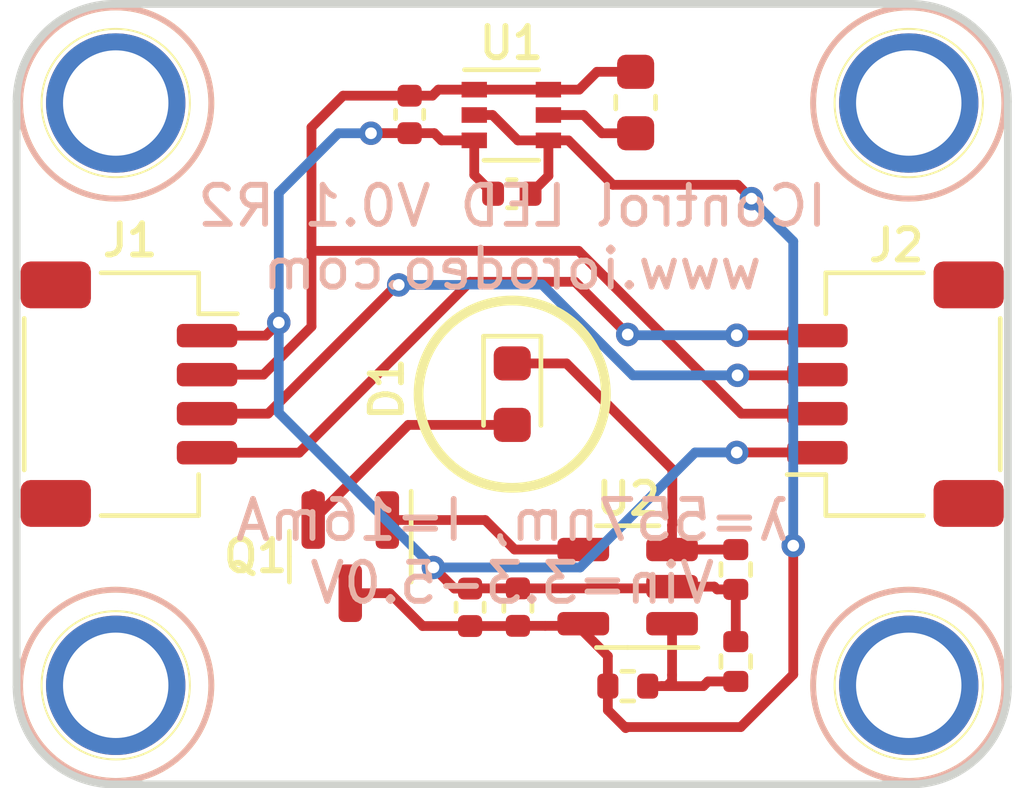
<source format=kicad_pcb>
(kicad_pcb (version 20221018) (generator pcbnew)
  (layers (0 "F.Cu" signal) (31 "B.Cu" signal) (34 "B.Paste" user) (35 "F.Paste" user) (36 "B.SilkS" user "B.Silkscreen") (37 "F.SilkS" user "F.Silkscreen") (38 "B.Mask" user) (39 "F.Mask" user) (44 "Edge.Cuts" user))
  (net 0 "")
  (net 1 "GND")
  (net 2 "/VIN")
  (net 3 "/VL")
  (net 4 "/SCL")
  (net 5 "/SDA")
  (net 6 "/5V")
  (net 7 "Net-(D1-K)")
  (net 8 "Net-(D1-A)")
  (net 9 "Net-(Q1-B)")
  (net 10 "/Vset")
  (footprint "custom_mount_hole:MountingHole_2.5mm_Pad" (layer "F.Cu") (at 52.54 52.54)
    (fp_text reference "M1" hide)
    (fp_text value "MountingHole_2.5mm_Pad" hide)
    (fp_circle (center 0 0) (end 2.45 0) (stroke (width 0.15)) (fill none) (layer "B.SilkS"))
    (fp_circle (center 0 0) (end 1.9 0) (stroke (width 0.05)) (fill none) (layer "F.SilkS"))
    (fp_circle (center 0 0) (end 2.45 0) (stroke (width 0.15)) (fill none) (layer "F.SilkS"))
    (pad "~" thru_hole circle (at 0 0) (size 3.57 3.57) (drill 2.7) (layers "*.Cu" "*.Mask"))
  )
  (footprint "custom_mount_hole:MountingHole_2.5mm_Pad" (layer "F.Cu") (at 72.86 52.54)
    (fp_text reference "M2" hide)
    (fp_text value "MountingHole_2.5mm_Pad" hide)
    (fp_circle (center 0 0) (end 2.45 0) (stroke (width 0.15)) (fill none) (layer "B.SilkS"))
    (fp_circle (center 0 0) (end 1.9 0) (stroke (width 0.05)) (fill none) (layer "F.SilkS"))
    (fp_circle (center 0 0) (end 2.45 0) (stroke (width 0.15)) (fill none) (layer "F.SilkS"))
    (pad "~" thru_hole circle (at 0 0) (size 3.57 3.57) (drill 2.7) (layers "*.Cu" "*.Mask"))
  )
  (footprint "custom_mount_hole:MountingHole_2.5mm_Pad" (layer "F.Cu") (at 72.86 67.46)
    (fp_text reference "M3" hide)
    (fp_text value "MountingHole_2.5mm_Pad" hide)
    (fp_circle (center 0 0) (end 2.45 0) (stroke (width 0.15)) (fill none) (layer "B.SilkS"))
    (fp_circle (center 0 0) (end 1.9 0) (stroke (width 0.05)) (fill none) (layer "F.SilkS"))
    (fp_circle (center 0 0) (end 2.45 0) (stroke (width 0.15)) (fill none) (layer "F.SilkS"))
    (pad "~" thru_hole circle (at 0 0) (size 3.57 3.57) (drill 2.7) (layers "*.Cu" "*.Mask"))
  )
  (footprint "custom_mount_hole:MountingHole_2.5mm_Pad" (layer "F.Cu") (at 52.54 67.46)
    (fp_text reference "M4" hide)
    (fp_text value "MountingHole_2.5mm_Pad" hide)
    (fp_circle (center 0 0) (end 2.45 0) (stroke (width 0.15)) (fill none) (layer "B.SilkS"))
    (fp_circle (center 0 0) (end 1.9 0) (stroke (width 0.05)) (fill none) (layer "F.SilkS"))
    (fp_circle (center 0 0) (end 2.45 0) (stroke (width 0.15)) (fill none) (layer "F.SilkS"))
    (pad "~" thru_hole circle (at 0 0) (size 3.57 3.57) (drill 2.7) (layers "*.Cu" "*.Mask"))
  )
  (footprint "LED_SMD:LED_0603_1608Metric" (layer "F.Cu") (at 62.7 60 -90)
    (fp_text reference "D1" (at -0.1322 3.2132 90) (layer "F.SilkS") (effects (font (size 0.8 0.8))))
    (fp_text value "LED" hide)
    (fp_line (start -1.485 -0.735) (end -1.485 0.735) (stroke (width 0.12)) (layer "F.SilkS"))
    (fp_line (start -1.485 0.735) (end 0.8 0.735) (stroke (width 0.12)) (layer "F.SilkS"))
    (fp_line (start 0.8 -0.735) (end -1.485 -0.735) (stroke (width 0.12)) (layer "F.SilkS"))
    (pad "1" smd roundrect (at -0.7875 0 270) (size 0.875 0.95) (layers "F.Cu" "F.Paste" "F.Mask") (net 7 "Net-(D1-K)"))
    (pad "2" smd roundrect (at 0.7875 0 270) (size 0.875 0.95) (layers "F.Cu" "F.Paste" "F.Mask") (net 8 "Net-(D1-A)"))
  )
  (footprint "JST_SH_SM04B_custom:JST_SH_SM04B-SRSS-TB_1x04-1MP_P1.00mm_Horizontal" (layer "F.Cu") (at 52.88 60 -90)
    (fp_text reference "J1" (at -3.9422 -0.0298) (layer "F.SilkS") (effects (font (size 0.8 0.8))))
    (fp_text value "Conn_01x04" hide)
    (fp_line (start -3.11 -1.785) (end -2.06 -1.785) (stroke (width 0.12)) (layer "F.SilkS"))
    (fp_line (start -3.11 0.715) (end -3.11 -1.785) (stroke (width 0.12)) (layer "F.SilkS"))
    (fp_line (start -2.06 -1.785) (end -2.06 -2.775) (stroke (width 0.12)) (layer "F.SilkS"))
    (fp_line (start -1.94 2.685) (end 1.94 2.685) (stroke (width 0.12)) (layer "F.SilkS"))
    (fp_line (start 3.11 -1.785) (end 2.06 -1.785) (stroke (width 0.12)) (layer "F.SilkS"))
    (fp_line (start 3.11 0.715) (end 3.11 -1.785) (stroke (width 0.12)) (layer "F.SilkS"))
    (pad "1" smd roundrect (at -1.5 -2 270) (size 0.6 1.55) (layers "F.Cu" "F.Paste" "F.Mask") (net 1 "GND"))
    (pad "2" smd roundrect (at -0.5 -2 270) (size 0.6 1.55) (layers "F.Cu" "F.Paste" "F.Mask") (net 2 "/VIN"))
    (pad "3" smd roundrect (at 0.5 -2 270) (size 0.6 1.55) (layers "F.Cu" "F.Paste" "F.Mask") (net 5 "/SDA"))
    (pad "4" smd roundrect (at 1.5 -2 270) (size 0.6 1.55) (layers "F.Cu" "F.Paste" "F.Mask") (net 4 "/SCL"))
    (pad "MP" smd roundrect (at -2.8 1.875 270) (size 1.2 1.8) (layers "F.Cu" "F.Paste" "F.Mask") (roundrect_rratio 0.2083333333))
    (pad "MP" smd roundrect (at 2.8 1.875 270) (size 1.2 1.8) (layers "F.Cu" "F.Paste" "F.Mask") (roundrect_rratio 0.2083333333))
  )
  (footprint "JST_SH_SM04B_custom:JST_SH_SM04B-SRSS-TB_1x04-1MP_P1.00mm_Horizontal" (layer "F.Cu") (at 72.52 60 90)
    (fp_text reference "J2" (at 3.8152 0.0208 180) (layer "F.SilkS") (effects (font (size 0.8 0.8))))
    (fp_text value "Conn_01x04" hide)
    (fp_line (start -3.11 -1.785) (end -2.06 -1.785) (stroke (width 0.12)) (layer "F.SilkS"))
    (fp_line (start -3.11 0.715) (end -3.11 -1.785) (stroke (width 0.12)) (layer "F.SilkS"))
    (fp_line (start -2.06 -1.785) (end -2.06 -2.775) (stroke (width 0.12)) (layer "F.SilkS"))
    (fp_line (start -1.94 2.685) (end 1.94 2.685) (stroke (width 0.12)) (layer "F.SilkS"))
    (fp_line (start 3.11 -1.785) (end 2.06 -1.785) (stroke (width 0.12)) (layer "F.SilkS"))
    (fp_line (start 3.11 0.715) (end 3.11 -1.785) (stroke (width 0.12)) (layer "F.SilkS"))
    (pad "1" smd roundrect (at -1.5 -2 90) (size 0.6 1.55) (layers "F.Cu" "F.Paste" "F.Mask") (net 1 "GND"))
    (pad "2" smd roundrect (at -0.5 -2 90) (size 0.6 1.55) (layers "F.Cu" "F.Paste" "F.Mask") (net 2 "/VIN"))
    (pad "3" smd roundrect (at 0.5 -2 90) (size 0.6 1.55) (layers "F.Cu" "F.Paste" "F.Mask") (net 5 "/SDA"))
    (pad "4" smd roundrect (at 1.5 -2 90) (size 0.6 1.55) (layers "F.Cu" "F.Paste" "F.Mask") (net 4 "/SCL"))
    (pad "MP" smd roundrect (at -2.8 1.875 90) (size 1.2 1.8) (layers "F.Cu" "F.Paste" "F.Mask") (roundrect_rratio 0.2083333333))
    (pad "MP" smd roundrect (at 2.8 1.875 90) (size 1.2 1.8) (layers "F.Cu" "F.Paste" "F.Mask") (roundrect_rratio 0.2083333333))
  )
  (footprint "Resistor_SMD:R_0402_1005Metric" (layer "F.Cu") (at 68.4276 64.4926 -90)
    (fp_text reference "R1" hide)
    (fp_text value "10" hide)
    (fp_line (start -0.153641 -0.38) (end 0.153641 -0.38) (stroke (width 0.12)) (layer "F.SilkS"))
    (fp_line (start -0.153641 0.38) (end 0.153641 0.38) (stroke (width 0.12)) (layer "F.SilkS"))
    (pad "1" smd roundrect (at -0.51 0 270) (size 0.54 0.64) (layers "F.Cu" "F.Paste" "F.Mask") (net 7 "Net-(D1-K)"))
    (pad "2" smd roundrect (at 0.51 0 270) (size 0.54 0.64) (layers "F.Cu" "F.Paste" "F.Mask") (net 1 "GND"))
  )
  (footprint "Package_TO_SOT_SMD:SOT-23-5" (layer "F.Cu") (at 65.6577 64.931 180)
    (fp_text reference "U2" (at -0.0125 2.25) (layer "F.SilkS") (effects (font (size 0.8 0.8) (thickness 0.15) bold)))
    (fp_text value "LMV321")
    (fp_line (start 0 -1.56) (end -1.8 -1.56) (stroke (width 0.12)) (layer "F.SilkS"))
    (fp_line (start 0 -1.56) (end 0.8 -1.56) (stroke (width 0.12)) (layer "F.SilkS"))
    (fp_line (start 0 1.56) (end -0.8 1.56) (stroke (width 0.12)) (layer "F.SilkS"))
    (fp_line (start 0 1.56) (end 0.8 1.56) (stroke (width 0.12)) (layer "F.SilkS"))
    (pad "1" smd roundrect (at -1.1375 -0.95 180) (size 1.325 0.6) (layers "F.Cu" "F.Paste" "F.Mask") (net 10 "/Vset"))
    (pad "2" smd roundrect (at -1.1375 0 180) (size 1.325 0.6) (layers "F.Cu" "F.Paste" "F.Mask") (net 1 "GND"))
    (pad "3" smd roundrect (at -1.1375 0.95 180) (size 1.325 0.6) (layers "F.Cu" "F.Paste" "F.Mask") (net 7 "Net-(D1-K)"))
    (pad "4" smd roundrect (at 1.1375 0.95 180) (size 1.325 0.6) (layers "F.Cu" "F.Paste" "F.Mask") (net 9 "Net-(Q1-B)"))
    (pad "5" smd roundrect (at 1.1375 -0.95 180) (size 1.325 0.6) (layers "F.Cu" "F.Paste" "F.Mask") (net 6 "/5V"))
  )
  (footprint "Capacitor_SMD:C_0402_1005Metric" (layer "F.Cu") (at 62.8452 65.456 90)
    (fp_text reference "C3" hide)
    (fp_text value "0.1uF" hide)
    (fp_line (start -0.107836 -0.36) (end 0.107836 -0.36) (stroke (width 0.12)) (layer "F.SilkS"))
    (fp_line (start -0.107836 0.36) (end 0.107836 0.36) (stroke (width 0.12)) (layer "F.SilkS"))
    (pad "1" smd roundrect (at -0.48 0 90) (size 0.56 0.62) (layers "F.Cu" "F.Paste" "F.Mask") (net 6 "/5V"))
    (pad "2" smd roundrect (at 0.48 0 90) (size 0.56 0.62) (layers "F.Cu" "F.Paste" "F.Mask") (net 1 "GND"))
  )
  (footprint "Resistor_SMD:R_0402_1005Metric" (layer "F.Cu") (at 68.4276 66.8508 90)
    (fp_text reference "R3" hide)
    (fp_text value "1k" hide)
    (fp_line (start -0.153641 -0.38) (end 0.153641 -0.38) (stroke (width 0.12)) (layer "F.SilkS"))
    (fp_line (start -0.153641 0.38) (end 0.153641 0.38) (stroke (width 0.12)) (layer "F.SilkS"))
    (pad "1" smd roundrect (at -0.51 0 90) (size 0.54 0.64) (layers "F.Cu" "F.Paste" "F.Mask") (net 10 "/Vset"))
    (pad "2" smd roundrect (at 0.51 0 90) (size 0.54 0.64) (layers "F.Cu" "F.Paste" "F.Mask") (net 1 "GND"))
  )
  (footprint "Inductor_SMD:L_0603_1608Metric" (layer "F.Cu") (at 65.8622 52.5272 -90)
    (fp_text reference "L1" hide)
    (fp_text value "4.7uF" hide)
    (fp_line (start -0.162779 -0.51) (end 0.162779 -0.51) (stroke (width 0.12)) (layer "F.SilkS"))
    (fp_line (start -0.162779 0.51) (end 0.162779 0.51) (stroke (width 0.12)) (layer "F.SilkS"))
    (pad "1" smd roundrect (at -0.7875 0 270) (size 0.875 0.95) (layers "F.Cu" "F.Paste" "F.Mask") (net 2 "/VIN"))
    (pad "2" smd roundrect (at 0.7875 0 270) (size 0.875 0.95) (layers "F.Cu" "F.Paste" "F.Mask") (net 3 "/VL"))
  )
  (footprint "Resistor_SMD:R_0402_1005Metric" (layer "F.Cu") (at 65.6602 67.481)
    (fp_text reference "R2" hide)
    (fp_text value "30k" hide)
    (fp_line (start -0.153641 -0.38) (end 0.153641 -0.38) (stroke (width 0.12)) (layer "F.SilkS"))
    (fp_line (start -0.153641 0.38) (end 0.153641 0.38) (stroke (width 0.12)) (layer "F.SilkS"))
    (pad "1" smd roundrect (at -0.51 0) (size 0.54 0.64) (layers "F.Cu" "F.Paste" "F.Mask") (net 6 "/5V"))
    (pad "2" smd roundrect (at 0.51 0) (size 0.54 0.64) (layers "F.Cu" "F.Paste" "F.Mask") (net 10 "/Vset"))
  )
  (footprint "Capacitor_SMD:C_0402_1005Metric" (layer "F.Cu") (at 60.071 52.832 90)
    (fp_text reference "C1" hide)
    (fp_text value "10uF" hide)
    (fp_line (start -0.107836 -0.36) (end 0.107836 -0.36) (stroke (width 0.12)) (layer "F.SilkS"))
    (fp_line (start -0.107836 0.36) (end 0.107836 0.36) (stroke (width 0.12)) (layer "F.SilkS"))
    (pad "1" smd roundrect (at -0.48 0 90) (size 0.56 0.62) (layers "F.Cu" "F.Paste" "F.Mask") (net 1 "GND"))
    (pad "2" smd roundrect (at 0.48 0 90) (size 0.56 0.62) (layers "F.Cu" "F.Paste" "F.Mask") (net 2 "/VIN"))
  )
  (footprint "Package_TO_SOT_SMD:SOT-363_SC-70-6" (layer "F.Cu") (at 62.677 52.847)
    (fp_text reference "U1" (at 0 -1.8438) (layer "F.SilkS") (effects (font (size 0.8 0.8))))
    (fp_text value "TPS61222DCK" hide)
    (fp_line (start -0.7 1.16) (end 0.7 1.16) (stroke (width 0.12)) (layer "F.SilkS"))
    (fp_line (start 0.7 -1.16) (end -1.2 -1.16) (stroke (width 0.12)) (layer "F.SilkS"))
    (pad "1" smd rect (at -0.95 -0.65) (size 0.65 0.4) (layers "F.Cu" "F.Paste" "F.Mask") (net 2 "/VIN"))
    (pad "2" smd rect (at -0.95 0) (size 0.65 0.4) (layers "F.Cu" "F.Paste" "F.Mask") (net 6 "/5V"))
    (pad "3" smd rect (at -0.95 0.65) (size 0.65 0.4) (layers "F.Cu" "F.Paste" "F.Mask") (net 1 "GND"))
    (pad "4" smd rect (at 0.95 0.65) (size 0.65 0.4) (layers "F.Cu" "F.Paste" "F.Mask") (net 6 "/5V"))
    (pad "5" smd rect (at 0.95 0) (size 0.65 0.4) (layers "F.Cu" "F.Paste" "F.Mask") (net 3 "/VL"))
    (pad "6" smd rect (at 0.95 -0.65) (size 0.65 0.4) (layers "F.Cu" "F.Paste" "F.Mask") (net 2 "/VIN"))
  )
  (footprint "Capacitor_SMD:C_0402_1005Metric" (layer "F.Cu") (at 61.6202 65.461 90)
    (fp_text reference "C4" hide)
    (fp_text value "10uF" hide)
    (fp_line (start -0.107836 -0.36) (end 0.107836 -0.36) (stroke (width 0.12)) (layer "F.SilkS"))
    (fp_line (start -0.107836 0.36) (end 0.107836 0.36) (stroke (width 0.12)) (layer "F.SilkS"))
    (pad "1" smd roundrect (at -0.48 0 90) (size 0.56 0.62) (layers "F.Cu" "F.Paste" "F.Mask") (net 6 "/5V"))
    (pad "2" smd roundrect (at 0.48 0 90) (size 0.56 0.62) (layers "F.Cu" "F.Paste" "F.Mask") (net 1 "GND"))
  )
  (footprint "Package_TO_SOT_SMD:SOT-23" (layer "F.Cu") (at 58.55 64.1625 -90)
    (fp_text reference "Q1" (at -0.0125 2.425 -180) (layer "F.SilkS") (effects (font (size 0.8 0.8) (thickness 0.15) bold)))
    (fp_text value "MMBT5551L" hide)
    (fp_line (start 0 -1.56) (end -1.675 -1.56) (stroke (width 0.12)) (layer "F.SilkS"))
    (fp_line (start 0 -1.56) (end 0.65 -1.56) (stroke (width 0.12)) (layer "F.SilkS"))
    (fp_line (start 0 1.56) (end -0.65 1.56) (stroke (width 0.12)) (layer "F.SilkS"))
    (fp_line (start 0 1.56) (end 0.65 1.56) (stroke (width 0.12)) (layer "F.SilkS"))
    (pad "1" smd roundrect (at -0.9375 -0.95 270) (size 1.475 0.6) (layers "F.Cu" "F.Paste" "F.Mask") (net 9 "Net-(Q1-B)"))
    (pad "2" smd roundrect (at -0.9375 0.95 270) (size 1.475 0.6) (layers "F.Cu" "F.Paste" "F.Mask") (net 8 "Net-(D1-A)"))
    (pad "3" smd roundrect (at 0.9375 0 270) (size 1.475 0.6) (layers "F.Cu" "F.Paste" "F.Mask") (net 6 "/5V"))
  )
  (footprint "Capacitor_SMD:C_0402_1005Metric" (layer "F.Cu") (at 62.6898 54.864)
    (fp_text reference "C2" hide)
    (fp_text value "10uF" hide)
    (fp_line (start -0.107836 -0.36) (end 0.107836 -0.36) (stroke (width 0.12)) (layer "F.SilkS"))
    (fp_line (start -0.107836 0.36) (end 0.107836 0.36) (stroke (width 0.12)) (layer "F.SilkS"))
    (pad "1" smd roundrect (at -0.48 0) (size 0.56 0.62) (layers "F.Cu" "F.Paste" "F.Mask") (net 1 "GND"))
    (pad "2" smd roundrect (at 0.48 0) (size 0.56 0.62) (layers "F.Cu" "F.Paste" "F.Mask") (net 6 "/5V"))
  )
  (gr_circle (center 62.7 60) (end 65.1 60) (stroke (width 0.25)) (fill none) (layer "F.SilkS"))
  (gr_arc (start 72.9 50) (mid 74.667767 50.732233) (end 75.4 52.5) (stroke (width 0.2)) (layer "Edge.Cuts"))
  (gr_arc (start 52.5 70) (mid 50.732233 69.267767) (end 50 67.5) (stroke (width 0.2)) (layer "Edge.Cuts"))
  (gr_line (start 52.5 50) (end 72.9 50) (stroke (width 0.2)) (layer "Edge.Cuts"))
  (gr_arc (start 50 52.5) (mid 50.732233 50.732233) (end 52.5 50) (stroke (width 0.2)) (layer "Edge.Cuts"))
  (gr_arc (start 75.4 67.5) (mid 74.667767 69.267767) (end 72.9 70) (stroke (width 0.2)) (layer "Edge.Cuts"))
  (gr_line (start 50 52.5) (end 50 67.5) (stroke (width 0.2)) (layer "Edge.Cuts"))
  (gr_line (start 52.5 70) (end 72.9 70) (stroke (width 0.2)) (layer "Edge.Cuts"))
  (gr_line (start 75.4 52.5) (end 75.4 67.5) (stroke (width 0.2)) (layer "Edge.Cuts"))
  (gr_text "IControl LED V0.1 R2\nwww.iorodeo.com\n\n\n\nλ=557nm, I=16mA\nVin=3.3-5.0V" (at 62.7 60.01) (layer "B.SilkS") (effects (font (size 1 1)) (justify mirror)))
  (segment (start 61.2218 64.981) (end 60.6806 64.4398) (width 0.25) (layer "F.Cu") (net 1))
  (segment (start 68.4276 65.0026) (end 68.4276 66.3408) (width 0.25) (layer "F.Cu") (net 1))
  (segment (start 60.071 53.312) (end 60.7034 53.312) (width 0.25) (layer "F.Cu") (net 1))
  (segment (start 60.7034 53.312) (end 60.8884 53.497) (width 0.25) (layer "F.Cu") (net 1))
  (segment (start 62.8452 64.976) (end 61.6252 64.976) (width 0.25) (layer "F.Cu") (net 1))
  (segment (start 68.4276 65.0026) (end 67.949 65.0026) (width 0.25) (layer "F.Cu") (net 1))
  (segment (start 70.3134 61.4934) (end 70.32 61.5) (width 0.25) (layer "F.Cu") (net 1))
  (segment (start 62.8452 64.976) (end 63.9452 64.976) (width 0.25) (layer "F.Cu") (net 1))
  (segment (start 67.949 65.0026) (end 67.8774 64.931) (width 0.25) (layer "F.Cu") (net 1))
  (segment (start 68.453 61.4934) (end 70.4134 61.4934) (width 0.25) (layer "F.Cu") (net 1))
  (segment (start 59.083 53.312) (end 59.0804 53.3146) (width 0.25) (layer "F.Cu") (net 1))
  (segment (start 56.3842 58.5) (end 54.98 58.5) (width 0.25) (layer "F.Cu") (net 1))
  (segment (start 70.4134 61.4934) (end 70.42 61.5) (width 0.25) (layer "F.Cu") (net 1))
  (segment (start 56.3842 58.5) (end 56.7182 58.166) (width 0.25) (layer "F.Cu") (net 1))
  (segment (start 70.7684 61.4934) (end 70.775 61.5) (width 0.25) (layer "F.Cu") (net 1))
  (segment (start 70.3634 61.4934) (end 70.37 61.5) (width 0.25) (layer "F.Cu") (net 1))
  (segment (start 61.727 54.3812) (end 62.2098 54.864) (width 0.25) (layer "F.Cu") (net 1))
  (segment (start 61.6202 64.981) (end 61.2218 64.981) (width 0.25) (layer "F.Cu") (net 1))
  (segment (start 66.7502 64.976) (end 66.7952 64.931) (width 0.25) (layer "F.Cu") (net 1))
  (segment (start 60.8884 53.497) (end 61.727 53.497) (width 0.25) (layer "F.Cu") (net 1))
  (segment (start 67.8774 64.931) (end 66.7952 64.931) (width 0.25) (layer "F.Cu") (net 1))
  (segment (start 60.071 53.312) (end 59.083 53.312) (width 0.25) (layer "F.Cu") (net 1))
  (segment (start 61.727 53.497) (end 61.727 54.3812) (width 0.25) (layer "F.Cu") (net 1))
  (segment (start 63.9452 64.976) (end 66.7502 64.976) (width 0.25) (layer "F.Cu") (net 1))
  (segment (start 61.6252 64.976) (end 61.6202 64.981) (width 0.25) (layer "F.Cu") (net 1))
  (via (at 60.6806 64.4398) (size 0.6) (drill 0.3) (layers "F.Cu" "B.Cu") (net 1))
  (via (at 56.7182 58.166) (size 0.6) (drill 0.3) (layers "F.Cu" "B.Cu") (net 1))
  (via (at 59.0804 53.3146) (size 0.6) (drill 0.3) (layers "F.Cu" "B.Cu") (net 1))
  (via (at 68.453 61.4934) (size 0.6) (drill 0.3) (layers "F.Cu" "B.Cu") (net 1))
  (segment (start 67.3862 61.4934) (end 68.453 61.4934) (width 0.25) (layer "B.Cu") (net 1))
  (segment (start 56.7182 54.8386) (end 58.2422 53.3146) (width 0.25) (layer "B.Cu") (net 1))
  (segment (start 60.6806 64.4398) (end 64.4398 64.4398) (width 0.25) (layer "B.Cu") (net 1))
  (segment (start 64.4398 64.4398) (end 67.3862 61.4934) (width 0.25) (layer "B.Cu") (net 1))
  (segment (start 56.7182 60.4774) (end 60.6806 64.4398) (width 0.25) (layer "B.Cu") (net 1))
  (segment (start 58.2422 53.3146) (end 59.0804 53.3146) (width 0.25) (layer "B.Cu") (net 1))
  (segment (start 56.7182 58.166) (end 56.7182 54.8386) (width 0.25) (layer "B.Cu") (net 1))
  (segment (start 56.7182 58.166) (end 56.7182 60.4774) (width 0.25) (layer "B.Cu") (net 1))
  (segment (start 60.6526 52.352) (end 60.8076 52.197) (width 0.25) (layer "F.Cu") (net 2))
  (segment (start 60.071 52.352) (end 60.6526 52.352) (width 0.25) (layer "F.Cu") (net 2))
  (segment (start 57.5564 53.1622) (end 58.3666 52.352) (width 0.25) (layer "F.Cu") (net 2))
  (segment (start 56.324 59.5) (end 57.5564 58.2676) (width 0.25) (layer "F.Cu") (net 2))
  (segment (start 64.8717 51.7397) (end 65.8622 51.7397) (width 0.25) (layer "F.Cu") (net 2))
  (segment (start 64.4144 52.197) (end 64.8717 51.7397) (width 0.25) (layer "F.Cu") (net 2))
  (segment (start 57.5564 56.3372) (end 57.5564 53.1622) (width 0.25) (layer "F.Cu") (net 2))
  (segment (start 57.5661 56.3275) (end 64.399584 56.3275) (width 0.25) (layer "F.Cu") (net 2))
  (segment (start 57.5564 58.2676) (end 57.5564 56.3372) (width 0.25) (layer "F.Cu") (net 2))
  (segment (start 63.627 52.197) (end 64.4144 52.197) (width 0.25) (layer "F.Cu") (net 2))
  (segment (start 57.5564 56.3372) (end 57.5661 56.3275) (width 0.25) (layer "F.Cu") (net 2))
  (segment (start 56.324 59.5) (end 54.98 59.5) (width 0.25) (layer "F.Cu") (net 2))
  (segment (start 58.3666 52.352) (end 60.071 52.352) (width 0.25) (layer "F.Cu") (net 2))
  (segment (start 64.399584 56.3275) (end 68.572084 60.5) (width 0.25) (layer "F.Cu") (net 2))
  (segment (start 68.572084 60.5) (end 70.42 60.5) (width 0.25) (layer "F.Cu") (net 2))
  (segment (start 61.727 52.197) (end 63.627 52.197) (width 0.25) (layer "F.Cu") (net 2))
  (segment (start 60.8076 52.197) (end 61.727 52.197) (width 0.25) (layer "F.Cu") (net 2))
  (segment (start 64.531 52.847) (end 63.627 52.847) (width 0.25) (layer "F.Cu") (net 3))
  (segment (start 65.8622 53.3147) (end 64.9987 53.3147) (width 0.25) (layer "F.Cu") (net 3))
  (segment (start 64.9987 53.3147) (end 64.531 52.847) (width 0.25) (layer "F.Cu") (net 3))
  (segment (start 57.24 61.5) (end 54.98 61.5) (width 0.25) (layer "F.Cu") (net 4))
  (segment (start 61.62 57.12) (end 57.24 61.5) (width 0.25) (layer "F.Cu") (net 4))
  (segment (start 68.453 58.49) (end 70.41 58.49) (width 0.25) (layer "F.Cu") (net 4))
  (segment (start 70.36 58.49) (end 70.37 58.5) (width 0.25) (layer "F.Cu") (net 4))
  (segment (start 70.41 58.49) (end 70.42 58.5) (width 0.25) (layer "F.Cu") (net 4))
  (segment (start 65.659 58.4708) (end 64.3082 57.12) (width 0.25) (layer "F.Cu") (net 4))
  (segment (start 70.31 58.49) (end 70.32 58.5) (width 0.25) (layer "F.Cu") (net 4))
  (segment (start 64.3082 57.12) (end 61.62 57.12) (width 0.25) (layer "F.Cu") (net 4))
  (via (at 68.453 58.49) (size 0.6) (drill 0.3) (layers "F.Cu" "B.Cu") (net 4))
  (via (at 65.659 58.4708) (size 0.6) (drill 0.3) (layers "F.Cu" "B.Cu") (net 4))
  (segment (start 68.453 58.49) (end 65.6782 58.49) (width 0.25) (layer "B.Cu") (net 4))
  (segment (start 65.6782 58.49) (end 65.659 58.4708) (width 0.25) (layer "B.Cu") (net 4))
  (segment (start 59.7916 57.2008) (end 59.7408 57.2008) (width 0.25) (layer "F.Cu") (net 5))
  (segment (start 68.472931 59.517669) (end 70.402331 59.517669) (width 0.25) (layer "F.Cu") (net 5))
  (segment (start 68.472931 59.517669) (end 68.4906 59.5) (width 0.25) (layer "F.Cu") (net 5))
  (segment (start 70.402331 59.517669) (end 70.42 59.5) (width 0.25) (layer "F.Cu") (net 5))
  (segment (start 59.7408 57.2008) (end 56.4416 60.5) (width 0.25) (layer "F.Cu") (net 5))
  (segment (start 56.4416 60.5) (end 54.98 60.5) (width 0.25) (layer "F.Cu") (net 5))
  (segment (start 68.472931 59.517669) (end 68.455262 59.5) (width 0.25) (layer "F.Cu") (net 5))
  (segment (start 70.352331 59.517669) (end 70.37 59.5) (width 0.25) (layer "F.Cu") (net 5))
  (via (at 59.7916 57.2008) (size 0.6) (drill 0.3) (layers "F.Cu" "B.Cu") (net 5))
  (via (at 68.472931 59.517669) (size 0.6) (drill 0.3) (layers "F.Cu" "B.Cu") (net 5))
  (segment (start 61.4492 57.2008) (end 59.7916 57.2008) (width 0.25) (layer "B.Cu") (net 5))
  (segment (start 68.472931 59.517669) (end 65.791469 59.517669) (width 0.25) (layer "B.Cu") (net 5))
  (segment (start 65.791469 59.517669) (end 63.4638 57.19) (width 0.25) (layer "B.Cu") (net 5))
  (segment (start 61.46 57.19) (end 61.4492 57.2008) (width 0.25) (layer "B.Cu") (net 5))
  (segment (start 63.4638 57.19) (end 61.46 57.19) (width 0.25) (layer "B.Cu") (net 5))
  (segment (start 63.627 54.4068) (end 63.1698 54.864) (width 0.25) (layer "F.Cu") (net 6))
  (segment (start 64.5202 65.881) (end 64.5202 66.081) (width 0.25) (layer "F.Cu") (net 6))
  (segment (start 62.8402 65.941) (end 62.8452 65.936) (width 0.25) (layer "F.Cu") (net 6))
  (segment (start 63.5452 65.936) (end 64.4652 65.936) (width 0.25) (layer "F.Cu") (net 6))
  (segment (start 61.6202 65.941) (end 60.4038 65.941) (width 0.25) (layer "F.Cu") (net 6))
  (segment (start 65.6082 68.5546) (end 65.1502 68.0966) (width 0.25) (layer "F.Cu") (net 6))
  (segment (start 58.55 65.1) (end 58.55 65.5858) (width 0.25) (layer "F.Cu") (net 6))
  (segment (start 62.8452 65.936) (end 63.5452 65.936) (width 0.25) (layer "F.Cu") (net 6))
  (segment (start 61.727 52.847) (end 62.1942 52.847) (width 0.25) (layer "F.Cu") (net 6))
  (segment (start 68.5546 68.5292) (end 65.6336 68.5292) (width 0.25) (layer "F.Cu") (net 6))
  (segment (start 65.1502 66.711) (end 65.1502 67.481) (width 0.25) (layer "F.Cu") (net 6))
  (segment (start 68.4754 54.6354) (end 68.83 54.99) (width 0.25) (layer "F.Cu") (net 6))
  (segment (start 63.627 53.497) (end 64.1396 53.497) (width 0.25) (layer "F.Cu") (net 6))
  (segment (start 65.278 54.6354) (end 68.4754 54.6354) (width 0.25) (layer "F.Cu") (net 6))
  (segment (start 62.1942 52.847) (end 62.8442 53.497) (width 0.25) (layer "F.Cu") (net 6))
  (segment (start 64.5202 66.081) (end 65.1502 66.711) (width 0.25) (layer "F.Cu") (net 6))
  (segment (start 61.6202 65.941) (end 62.8402 65.941) (width 0.25) (layer "F.Cu") (net 6))
  (segment (start 59.5628 65.1) (end 58.55 65.1) (width 0.25) (layer "F.Cu") (net 6))
  (segment (start 65.6336 68.5292) (end 65.6082 68.5546) (width 0.25) (layer "F.Cu") (net 6))
  (segment (start 63.627 53.497) (end 63.627 54.4068) (width 0.25) (layer "F.Cu") (net 6))
  (segment (start 64.1396 53.497) (end 65.278 54.6354) (width 0.25) (layer "F.Cu") (net 6))
  (segment (start 69.9008 67.183) (end 68.5546 68.5292) (width 0.25) (layer "F.Cu") (net 6))
  (segment (start 60.4038 65.941) (end 59.5628 65.1) (width 0.25) (layer "F.Cu") (net 6))
  (segment (start 69.9008 63.881) (end 69.9008 67.183) (width 0.25) (layer "F.Cu") (net 6))
  (segment (start 62.8442 53.497) (end 63.627 53.497) (width 0.25) (layer "F.Cu") (net 6))
  (segment (start 65.1502 68.0966) (end 65.1502 67.481) (width 0.25) (layer "F.Cu") (net 6))
  (segment (start 64.4652 65.936) (end 64.5202 65.881) (width 0.25) (layer "F.Cu") (net 6))
  (via (at 69.9008 63.881) (size 0.6) (drill 0.3) (layers "F.Cu" "B.Cu") (net 6))
  (via (at 68.83 54.99) (size 0.6) (drill 0.3) (layers "F.Cu" "B.Cu") (net 6))
  (segment (start 69.9008 56.0832) (end 68.83 55.0124) (width 0.25) (layer "B.Cu") (net 6))
  (segment (start 68.83 55.0124) (end 68.83 54.99) (width 0.25) (layer "B.Cu") (net 6))
  (segment (start 69.9008 63.881) (end 69.9008 56.0832) (width 0.25) (layer "B.Cu") (net 6))
  (segment (start 68.426 63.981) (end 68.4276 63.9826) (width 0.25) (layer "F.Cu") (net 7))
  (segment (start 66.802 61.9252) (end 66.802 63.3476) (width 0.25) (layer "F.Cu") (net 7))
  (segment (start 62.7 59.2125) (end 64.0893 59.2125) (width 0.25) (layer "F.Cu") (net 7))
  (segment (start 66.7952 63.981) (end 68.426 63.981) (width 0.25) (layer "F.Cu") (net 7))
  (segment (start 64.0893 59.2125) (end 66.802 61.9252) (width 0.25) (layer "F.Cu") (net 7))
  (segment (start 66.7952 63.3544) (end 66.7952 63.981) (width 0.25) (layer "F.Cu") (net 7))
  (segment (start 66.802 63.3476) (end 66.7952 63.3544) (width 0.25) (layer "F.Cu") (net 7))
  (segment (start 60.0375 60.7875) (end 62.7 60.7875) (width 0.25) (layer "F.Cu") (net 8))
  (segment (start 57.6 63.225) (end 57.6 62.56) (width 0.25) (layer "F.Cu") (net 8))
  (segment (start 57.6 63.225) (end 60.0375 60.7875) (width 0.25) (layer "F.Cu") (net 8))
  (segment (start 62.0058 63.225) (end 59.5 63.225) (width 0.25) (layer "F.Cu") (net 9))
  (segment (start 59.545 63.18) (end 59.5 63.225) (width 0.25) (layer "F.Cu") (net 9))
  (segment (start 64.5202 63.981) (end 62.7618 63.981) (width 0.25) (layer "F.Cu") (net 9))
  (segment (start 62.7618 63.981) (end 62.0058 63.225) (width 0.25) (layer "F.Cu") (net 9))
  (segment (start 66.7952 67.346) (end 66.6602 67.481) (width 0.25) (layer "F.Cu") (net 10))
  (segment (start 67.7164 67.3608) (end 68.4276 67.3608) (width 0.25) (layer "F.Cu") (net 10))
  (segment (start 66.7952 65.881) (end 66.7952 67.196) (width 0.25) (layer "F.Cu") (net 10))
  (segment (start 66.5226 67.481) (end 67.5962 67.481) (width 0.25) (layer "F.Cu") (net 10))
  (segment (start 66.5226 67.481) (end 66.1702 67.481) (width 0.25) (layer "F.Cu") (net 10))
  (segment (start 66.7952 67.196) (end 66.7952 67.346) (width 0.25) (layer "F.Cu") (net 10))
  (segment (start 66.6602 67.481) (end 66.5226 67.481) (width 0.25) (layer "F.Cu") (net 10))
  (segment (start 67.5962 67.481) (end 67.7164 67.3608) (width 0.25) (layer "F.Cu") (net 10))
)
</source>
